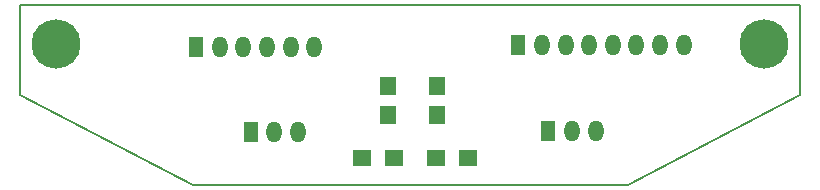
<source format=gts>
%TF.GenerationSoftware,KiCad,Pcbnew,4.0.7-e2-6376~58~ubuntu16.04.1*%
%TF.CreationDate,2018-01-05T22:29:52-05:00*%
%TF.ProjectId,GarageFrontPanel,47617261676546726F6E7450616E656C,rev?*%
%TF.FileFunction,Soldermask,Top*%
%FSLAX46Y46*%
G04 Gerber Fmt 4.6, Leading zero omitted, Abs format (unit mm)*
G04 Created by KiCad (PCBNEW 4.0.7-e2-6376~58~ubuntu16.04.1) date Fri Jan  5 22:29:52 2018*
%MOMM*%
%LPD*%
G01*
G04 APERTURE LIST*
%ADD10C,0.150000*%
%ADD11C,0.127000*%
%ADD12R,1.350000X1.600000*%
%ADD13R,1.600000X1.400000*%
%ADD14R,1.300000X1.800000*%
%ADD15O,1.300000X1.800000*%
%ADD16C,4.164000*%
G04 APERTURE END LIST*
D10*
D11*
X139065000Y-104140000D02*
X175895000Y-104140000D01*
X190500000Y-96520000D02*
X190500000Y-88900000D01*
X175895000Y-104140000D02*
X190500000Y-96520000D01*
X124460000Y-96520000D02*
X139065000Y-104140000D01*
X124460000Y-88900000D02*
X124460000Y-96520000D01*
X190500000Y-88900000D02*
X124460000Y-88900000D01*
D12*
X155575000Y-98278000D03*
X155575000Y-95778000D03*
X159766000Y-98258000D03*
X159766000Y-95758000D03*
D13*
X162339000Y-101854000D03*
X159639000Y-101854000D03*
X156116000Y-101854000D03*
X153416000Y-101854000D03*
D14*
X166624000Y-92329000D03*
D15*
X168624000Y-92329000D03*
X170624000Y-92329000D03*
X172624000Y-92329000D03*
X174624000Y-92329000D03*
X176624000Y-92329000D03*
X178624000Y-92329000D03*
X180624000Y-92329000D03*
D14*
X143955000Y-99695000D03*
D15*
X145955000Y-99695000D03*
X147955000Y-99695000D03*
D14*
X169164000Y-99568000D03*
D15*
X171164000Y-99568000D03*
X173164000Y-99568000D03*
D14*
X139352000Y-92456000D03*
D15*
X141352000Y-92456000D03*
X143352000Y-92456000D03*
X145352000Y-92456000D03*
X147352000Y-92456000D03*
X149352000Y-92456000D03*
D16*
X187452000Y-92202000D03*
X127508000Y-92202000D03*
M02*

</source>
